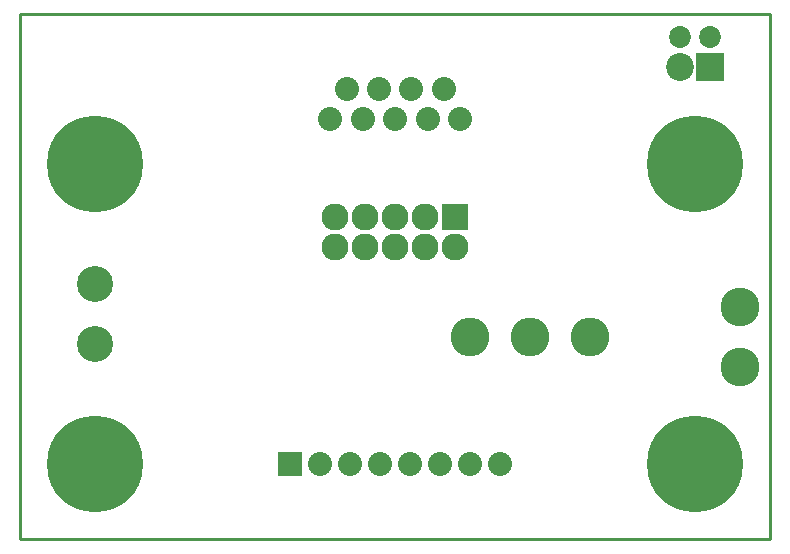
<source format=gts>
G04 (created by PCBNEW-RS274X (2010-03-14)-final) date Tue 08 Feb 2011 04:32:16 PM PST*
G01*
G70*
G90*
%MOIN*%
G04 Gerber Fmt 3.4, Leading zero omitted, Abs format*
%FSLAX34Y34*%
G04 APERTURE LIST*
%ADD10C,0.006000*%
%ADD11C,0.009000*%
%ADD12C,0.080000*%
%ADD13O,0.129500X0.129500*%
%ADD14C,0.129500*%
%ADD15C,0.120000*%
%ADD16R,0.080000X0.080000*%
%ADD17R,0.090000X0.090000*%
%ADD18C,0.090000*%
%ADD19C,0.320000*%
%ADD20C,0.093000*%
%ADD21R,0.093000X0.093000*%
%ADD22C,0.073000*%
G04 APERTURE END LIST*
G54D10*
G54D11*
X38500Y-39000D02*
X38500Y-56500D01*
X63500Y-39000D02*
X38500Y-39000D01*
X63500Y-56500D02*
X63500Y-39000D01*
X38500Y-56500D02*
X63500Y-56500D01*
G54D12*
X53160Y-42500D03*
X52080Y-42500D03*
X51000Y-42500D03*
X49920Y-42500D03*
X48840Y-42500D03*
X52620Y-41500D03*
X51540Y-41500D03*
X50460Y-41500D03*
X49380Y-41500D03*
G54D13*
X57500Y-49750D03*
X55500Y-49750D03*
X53500Y-49750D03*
G54D14*
X62500Y-50750D03*
X62500Y-48750D03*
G54D15*
X41000Y-48000D03*
X41000Y-50000D03*
G54D16*
X47500Y-54000D03*
G54D12*
X48500Y-54000D03*
X49500Y-54000D03*
X50500Y-54000D03*
X51500Y-54000D03*
X52500Y-54000D03*
X53500Y-54000D03*
X54500Y-54000D03*
G54D17*
X53000Y-45750D03*
G54D18*
X53000Y-46750D03*
X52000Y-45750D03*
X52000Y-46750D03*
X51000Y-45750D03*
X51000Y-46750D03*
X50000Y-45750D03*
X50000Y-46750D03*
X49000Y-45750D03*
X49000Y-46750D03*
G54D19*
X41000Y-44000D03*
X61000Y-44000D03*
X41000Y-54000D03*
X61000Y-54000D03*
G54D20*
X60500Y-40750D03*
G54D21*
X61500Y-40750D03*
G54D22*
X61500Y-39750D03*
X60500Y-39750D03*
M02*

</source>
